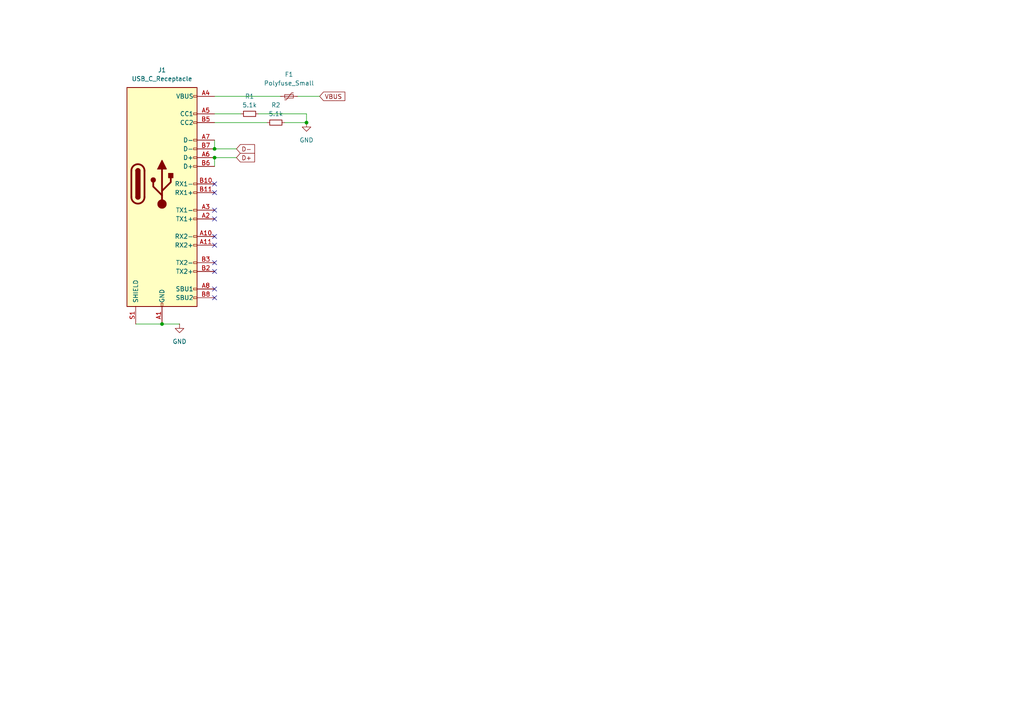
<source format=kicad_sch>
(kicad_sch (version 20231120) (generator "eeschema") (generator_version "8.0")
  (paper "A4")
  (lib_symbols
    (symbol "Connector:USB_C_Receptacle" (pin_names (offset 1.016))
      (property "Reference" "J" (at -10.16 29.21 0))
      (property "Value" "USB_C_Receptacle" (at 10.16 29.21 0))
      (symbol "USB_C_Receptacle_0_0"
        (rectangle (start -0.254 -35.56) (end 0.254 -34.544))
        (rectangle (start 10.16 -32.766) (end 9.144 -33.274))
        (rectangle (start 10.16 -30.226) (end 9.144 -30.734))
        (rectangle (start 10.16 -25.146) (end 9.144 -25.654))
        (rectangle (start 10.16 -22.606) (end 9.144 -23.114))
        (rectangle (start 10.16 -17.526) (end 9.144 -18.034))
        (rectangle (start 10.16 -14.986) (end 9.144 -15.494))
        (rectangle (start 10.16 -9.906) (end 9.144 -10.414))
        (rectangle (start 10.16 -7.366) (end 9.144 -7.874))
        (rectangle (start 10.16 -2.286) (end 9.144 -2.794))
        (rectangle (start 10.16 0.254) (end 9.144 -0.254))
        (rectangle (start 10.16 5.334) (end 9.144 4.826))
        (rectangle (start 10.16 7.874) (end 9.144 7.366))
        (rectangle (start 10.16 10.414) (end 9.144 9.906))
        (rectangle (start 10.16 12.954) (end 9.144 12.446))
        (rectangle (start 10.16 18.034) (end 9.144 17.526))
        (rectangle (start 10.16 20.574) (end 9.144 20.066))
        (rectangle (start 10.16 25.654) (end 9.144 25.146))
      )
      (symbol "USB_C_Receptacle_0_1"
        (rectangle (start -10.16 27.94) (end 10.16 -35.56) (stroke (width 0.254)) (fill (type background)))
        (arc (start -8.89 -3.81) (mid -6.985 -5.7067) (end -5.08 -3.81) (stroke (width 0.508)))
        (arc (start -7.62 -3.81) (mid -6.985 -4.4423) (end -6.35 -3.81) (stroke (width 0.254)))
        (arc (start -7.62 -3.81) (mid -6.985 -4.4423) (end -6.35 -3.81) (stroke (width 0.254)) (fill (type outline)))
        (rectangle (start -7.62 -3.81) (end -6.35 3.81) (stroke (width 0.254)) (fill (type outline)))
        (arc (start -6.35 3.81) (mid -6.985 4.4423) (end -7.62 3.81) (stroke (width 0.254)))
        (arc (start -6.35 3.81) (mid -6.985 4.4423) (end -7.62 3.81) (stroke (width 0.254)) (fill (type outline)))
        (arc (start -5.08 3.81) (mid -6.985 5.7067) (end -8.89 3.81) (stroke (width 0.508)))
        (polyline (pts (xy -8.89 -3.81) (xy -8.89 3.81)) (stroke (width 0.508)))
        (polyline (pts (xy -5.08 3.81) (xy -5.08 -3.81)) (stroke (width 0.508)))
      )
      (symbol "USB_C_Receptacle_1_1"
        (circle (center -2.54 1.143) (radius 0.635) (stroke (width 0.254)) (fill (type outline)))
        (circle (center 0 -5.842) (radius 1.27) (fill (type outline)))
        (polyline (pts (xy 0 -5.842) (xy 0 4.318)) (stroke (width 0.508)))
        (polyline (pts (xy 0 -3.302) (xy -2.54 -0.762) (xy -2.54 0.508)) (stroke (width 0.508)))
        (polyline (pts (xy 0 -2.032) (xy 2.54 0.508) (xy 2.54 1.778)) (stroke (width 0.508)))
        (polyline (pts (xy -1.27 4.318) (xy 0 6.858) (xy 1.27 4.318) (xy -1.27 4.318)) (stroke (width 0.254)) (fill (type outline)))
        (rectangle (start 1.905 1.778) (end 3.175 3.048) (stroke (width 0.254)) (fill (type outline)))
        (pin passive line (at 0 -40.64 90) (length 5.08) (name "GND") (number "A1"))
        (pin bidirectional line (at 15.24 -15.24 180) (length 5.08) (name "RX2-") (number "A10"))
        (pin bidirectional line (at 15.24 -17.78 180) (length 5.08) (name "RX2+") (number "A11"))
        (pin passive line (at 0 -40.64 90) (length 5.08) hide (name "GND") (number "A12"))
        (pin bidirectional line (at 15.24 -10.16 180) (length 5.08) (name "TX1+") (number "A2"))
        (pin bidirectional line (at 15.24 -7.62 180) (length 5.08) (name "TX1-") (number "A3"))
        (pin passive line (at 15.24 25.4 180) (length 5.08) (name "VBUS") (number "A4"))
        (pin bidirectional line (at 15.24 20.32 180) (length 5.08) (name "CC1") (number "A5"))
        (pin bidirectional line (at 15.24 7.62 180) (length 5.08) (name "D+") (number "A6"))
        (pin bidirectional line (at 15.24 12.7 180) (length 5.08) (name "D-") (number "A7"))
        (pin bidirectional line (at 15.24 -30.48 180) (length 5.08) (name "SBU1") (number "A8"))
        (pin passive line (at 15.24 25.4 180) (length 5.08) hide (name "VBUS") (number "A9"))
        (pin passive line (at 0 -40.64 90) (length 5.08) hide (name "GND") (number "B1"))
        (pin bidirectional line (at 15.24 0 180) (length 5.08) (name "RX1-") (number "B10"))
        (pin bidirectional line (at 15.24 -2.54 180) (length 5.08) (name "RX1+") (number "B11"))
        (pin passive line (at 0 -40.64 90) (length 5.08) hide (name "GND") (number "B12"))
        (pin bidirectional line (at 15.24 -25.4 180) (length 5.08) (name "TX2+") (number "B2"))
        (pin bidirectional line (at 15.24 -22.86 180) (length 5.08) (name "TX2-") (number "B3"))
        (pin passive line (at 15.24 25.4 180) (length 5.08) hide (name "VBUS") (number "B4"))
        (pin bidirectional line (at 15.24 17.78 180) (length 5.08) (name "CC2") (number "B5"))
        (pin bidirectional line (at 15.24 5.08 180) (length 5.08) (name "D+") (number "B6"))
        (pin bidirectional line (at 15.24 10.16 180) (length 5.08) (name "D-") (number "B7"))
        (pin bidirectional line (at 15.24 -33.02 180) (length 5.08) (name "SBU2") (number "B8"))
        (pin passive line (at 15.24 25.4 180) (length 5.08) hide (name "VBUS") (number "B9"))
        (pin passive line (at -7.62 -40.64 90) (length 5.08) (name "SHIELD") (number "S1"))
      )
    )
    (symbol "Device:Polyfuse_Small" (pin_numbers hide) (pin_names (offset 0))
      (property "Reference" "F" (at -1.905 0 90))
      (property "Value" "Polyfuse_Small" (at 1.905 0 90))
      (symbol "Polyfuse_Small_0_1"
        (rectangle (start -0.508 1.27) (end 0.508 -1.27))
        (polyline (pts (xy 0 2.54) (xy 0 -2.54)))
        (polyline (pts (xy -1.016 1.27) (xy -1.016 0.762) (xy 1.016 -0.762) (xy 1.016 -1.27)))
      )
      (symbol "Polyfuse_Small_1_1"
        (pin passive line (at 0 2.54 270) (length 0.635) (name "~") (number "1"))
        (pin passive line (at 0 -2.54 90) (length 0.635) (name "~") (number "2"))
      )
    )
    (symbol "Device:R_Small" (pin_numbers hide) (pin_names (offset 0.254) hide)
      (property "Reference" "R" (at 0.762 0.508 0))
      (property "Value" "R_Small" (at 0.762 -1.016 0))
      (symbol "R_Small_0_1"
        (rectangle (start -0.762 1.778) (end 0.762 -1.778) (stroke (width 0.2032)))
      )
      (symbol "R_Small_1_1"
        (pin passive line (at 0 2.54 270) (length 0.762) (name "~") (number "1"))
        (pin passive line (at 0 -2.54 90) (length 0.762) (name "~") (number "2"))
      )
    )
    (symbol "power:GND" (power) (pin_numbers hide) (pin_names (offset 0) hide)
      (property "Value" "GND" (at 0 -3.81 0))
      (symbol "GND_0_1"
        (polyline (pts (xy 0 0) (xy 0 -1.27) (xy 1.27 -1.27) (xy 0 -2.54) (xy -1.27 -1.27) (xy 0 -1.27)))
      )
      (symbol "GND_1_1"
        (pin power_in line (at 0 0 270) (length 0) (name "~") (number "1"))
      )
    )
  )
  (junction (at 88.9 35.56))
  (junction (at 62.23 45.72))
  (junction (at 62.23 43.18))
  (junction (at 46.99 93.98))
  (no_connect (at 62.23 71.12))
  (no_connect (at 62.23 68.58))
  (no_connect (at 62.23 78.74))
  (no_connect (at 62.23 86.36))
  (no_connect (at 62.23 55.88))
  (no_connect (at 62.23 53.34))
  (no_connect (at 62.23 83.82))
  (no_connect (at 62.23 76.2))
  (no_connect (at 62.23 63.5))
  (no_connect (at 62.23 60.96))
  (wire (pts (xy 46.99 93.98) (xy 52.07 93.98)))
  (wire (pts (xy 74.93 33.02) (xy 88.9 33.02)))
  (wire (pts (xy 86.36 27.94) (xy 92.71 27.94)))
  (wire (pts (xy 62.23 40.64) (xy 62.23 43.18)))
  (wire (pts (xy 62.23 45.72) (xy 62.23 48.26)))
  (wire (pts (xy 62.23 45.72) (xy 68.58 45.72)))
  (wire (pts (xy 82.55 35.56) (xy 88.9 35.56)))
  (wire (pts (xy 62.23 43.18) (xy 68.58 43.18)))
  (wire (pts (xy 62.23 27.94) (xy 81.28 27.94)))
  (wire (pts (xy 62.23 33.02) (xy 69.85 33.02)))
  (wire (pts (xy 62.23 35.56) (xy 77.47 35.56)))
  (wire (pts (xy 39.37 93.98) (xy 46.99 93.98)))
  (wire (pts (xy 88.9 33.02) (xy 88.9 35.56)))
  (global_label "VBUS" (shape input) (at 92.71 27.94 0) (property "Intersheetrefs" "${INTERSHEET_REFS}" (effects (hide yes))))
  (global_label "D+" (shape input) (at 68.58 45.72 0) (property "Intersheetrefs" "${INTERSHEET_REFS}" (effects (hide yes))))
  (global_label "D-" (shape input) (at 68.58 43.18 0) (property "Intersheetrefs" "${INTERSHEET_REFS}" (effects (hide yes))))
  (symbol (lib_id "Connector:USB_C_Receptacle") (at 46.99 53.34 0) (unit 1)
    (property "Reference" "J1" (at 46.99 20.32 0))
    (property "Value" "USB_C_Receptacle" (at 46.99 22.86 0))
    (property "Footprint" "Connector_USB:USB_C_Receptacle_GCT_USB4105-xx-A_16P_TopMnt_Horizontal" (effects (hide yes)))
    (property "Datasheet" "https://www.usb.org/sites/default/files/documents/usb_type-c.zip" (effects (hide yes)))
    (property "Description" "USB Full-Featured Type-C Receptacle connector" (effects (hide yes)))
  )
  (symbol (lib_id "power:GND") (at 88.9 35.56 0) (unit 1)
    (property "Reference" "#PWR02" (effects (hide yes)))
    (property "Value" "GND" (at 88.9 40.64 0))
    (property "Description" "Power symbol creates a global label with name \"GND\" , ground" (effects (hide yes)))
  )
  (symbol (lib_id "power:GND") (at 52.07 93.98 0) (unit 1)
    (property "Reference" "#PWR01" (effects (hide yes)))
    (property "Value" "GND" (at 52.07 99.06 0))
    (property "Description" "Power symbol creates a global label with name \"GND\" , ground" (effects (hide yes)))
  )
  (symbol (lib_id "Device:R_Small") (at 80.01 35.56 90) (unit 1)
    (property "Reference" "R2" (at 80.01 30.48 90))
    (property "Value" "5.1k" (at 80.01 33.02 90))
    (property "Description" "Resistor, small symbol" (effects (hide yes)))
  )
  (symbol (lib_id "Device:R_Small") (at 72.39 33.02 90) (unit 1)
    (property "Reference" "R1" (at 72.39 27.94 90))
    (property "Value" "5.1k" (at 72.39 30.48 90))
    (property "Description" "Resistor, small symbol" (effects (hide yes)))
  )
  (symbol (lib_id "Device:Polyfuse_Small") (at 83.82 27.94 90) (unit 1)
    (property "Reference" "F1" (at 83.82 21.59 90))
    (property "Value" "Polyfuse_Small" (at 83.82 24.13 90))
    (property "Description" "Resettable fuse, polymeric positive temperature coefficient, small symbol" (effects (hide yes)))
  )
)
</source>
